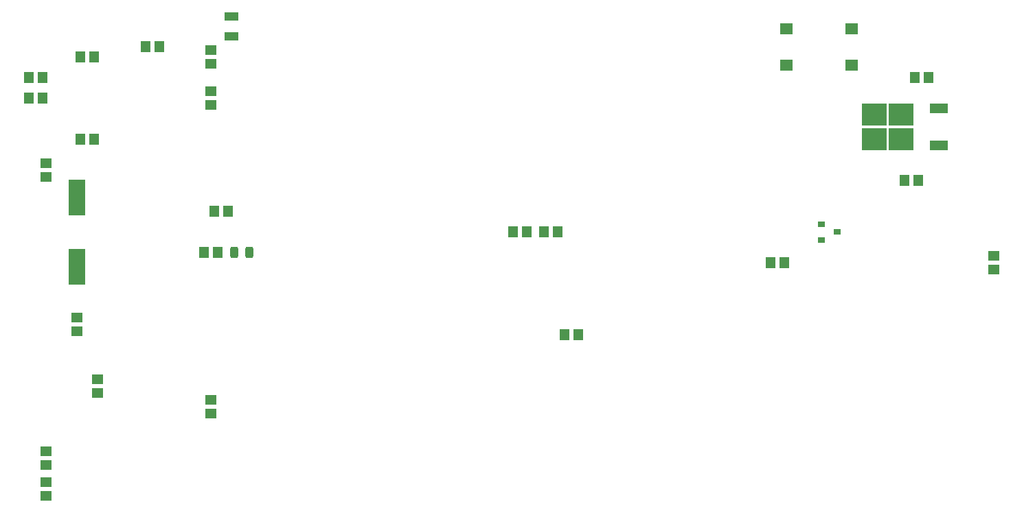
<source format=gbr>
%TF.GenerationSoftware,KiCad,Pcbnew,(6.0.5-0)*%
%TF.CreationDate,2022-07-22T21:53:24-07:00*%
%TF.ProjectId,Gitclock,47697463-6c6f-4636-9b2e-6b696361645f,rev?*%
%TF.SameCoordinates,PX4c4db10PY8b48bd0*%
%TF.FileFunction,Paste,Top*%
%TF.FilePolarity,Positive*%
%FSLAX46Y46*%
G04 Gerber Fmt 4.6, Leading zero omitted, Abs format (unit mm)*
G04 Created by KiCad (PCBNEW (6.0.5-0)) date 2022-07-22 21:53:24*
%MOMM*%
%LPD*%
G01*
G04 APERTURE LIST*
G04 Aperture macros list*
%AMRoundRect*
0 Rectangle with rounded corners*
0 $1 Rounding radius*
0 $2 $3 $4 $5 $6 $7 $8 $9 X,Y pos of 4 corners*
0 Add a 4 corners polygon primitive as box body*
4,1,4,$2,$3,$4,$5,$6,$7,$8,$9,$2,$3,0*
0 Add four circle primitives for the rounded corners*
1,1,$1+$1,$2,$3*
1,1,$1+$1,$4,$5*
1,1,$1+$1,$6,$7*
1,1,$1+$1,$8,$9*
0 Add four rect primitives between the rounded corners*
20,1,$1+$1,$2,$3,$4,$5,0*
20,1,$1+$1,$4,$5,$6,$7,0*
20,1,$1+$1,$6,$7,$8,$9,0*
20,1,$1+$1,$8,$9,$2,$3,0*%
G04 Aperture macros list end*
%ADD10R,3.050000X2.750000*%
%ADD11R,2.200000X1.200000*%
%ADD12R,1.150000X1.400000*%
%ADD13R,1.400000X1.150000*%
%ADD14R,2.000000X4.500000*%
%ADD15R,1.600000X1.400000*%
%ADD16R,0.900000X0.800000*%
%ADD17R,1.800000X1.000000*%
%ADD18RoundRect,0.243750X0.243750X0.456250X-0.243750X0.456250X-0.243750X-0.456250X0.243750X-0.456250X0*%
G04 APERTURE END LIST*
D10*
%TO.C,U2*%
X111760000Y74170000D03*
X108410000Y74170000D03*
X108410000Y71120000D03*
X111760000Y71120000D03*
D11*
X116385000Y70365000D03*
X116385000Y74925000D03*
%TD*%
D12*
%TO.C,R2*%
X4230000Y78740000D03*
X5930000Y78740000D03*
%TD*%
D13*
%TO.C,R9*%
X26670000Y82130000D03*
X26670000Y80430000D03*
%TD*%
D12*
%TO.C,C8*%
X65620000Y59690000D03*
X63920000Y59690000D03*
%TD*%
D13*
%TO.C,R6*%
X6350000Y27090000D03*
X6350000Y28790000D03*
%TD*%
D14*
%TO.C,Y1*%
X10160000Y55440000D03*
X10160000Y63940000D03*
%TD*%
D13*
%TO.C,C5*%
X10160000Y49110000D03*
X10160000Y47410000D03*
%TD*%
D12*
%TO.C,C6*%
X113880000Y66040000D03*
X112180000Y66040000D03*
%TD*%
%TO.C,R4*%
X10580000Y81280000D03*
X12280000Y81280000D03*
%TD*%
D13*
%TO.C,R7*%
X6350000Y32600000D03*
X6350000Y30900000D03*
%TD*%
D15*
%TO.C,SW1*%
X97600000Y84800000D03*
X105600000Y84800000D03*
X97600000Y80300000D03*
X105600000Y80300000D03*
%TD*%
D12*
%TO.C,R12*%
X97370000Y55880000D03*
X95670000Y55880000D03*
%TD*%
%TO.C,R3*%
X18620000Y82550000D03*
X20320000Y82550000D03*
%TD*%
D13*
%TO.C,R11*%
X12700000Y41490000D03*
X12700000Y39790000D03*
%TD*%
D16*
%TO.C,Q1*%
X101870000Y60640000D03*
X101870000Y58740000D03*
X103870000Y59690000D03*
%TD*%
D13*
%TO.C,R10*%
X26670000Y37250000D03*
X26670000Y38950000D03*
%TD*%
D12*
%TO.C,C3*%
X5930000Y76200000D03*
X4230000Y76200000D03*
%TD*%
D17*
%TO.C,Y2*%
X29210000Y86340000D03*
X29210000Y83840000D03*
%TD*%
D12*
%TO.C,C1*%
X27090000Y62230000D03*
X28790000Y62230000D03*
%TD*%
D13*
%TO.C,R8*%
X26670000Y75350000D03*
X26670000Y77050000D03*
%TD*%
D12*
%TO.C,R13*%
X71970000Y46990000D03*
X70270000Y46990000D03*
%TD*%
D13*
%TO.C,R5*%
X123190000Y55030000D03*
X123190000Y56730000D03*
%TD*%
D12*
%TO.C,R1*%
X25820000Y57150000D03*
X27520000Y57150000D03*
%TD*%
%TO.C,C2*%
X12280000Y71120000D03*
X10580000Y71120000D03*
%TD*%
D13*
%TO.C,C4*%
X6350000Y66460000D03*
X6350000Y68160000D03*
%TD*%
D12*
%TO.C,C9*%
X67730000Y59690000D03*
X69430000Y59690000D03*
%TD*%
%TO.C,C7*%
X115150000Y78740000D03*
X113450000Y78740000D03*
%TD*%
D18*
%TO.C,D1*%
X31417500Y57150000D03*
X29542500Y57150000D03*
%TD*%
M02*

</source>
